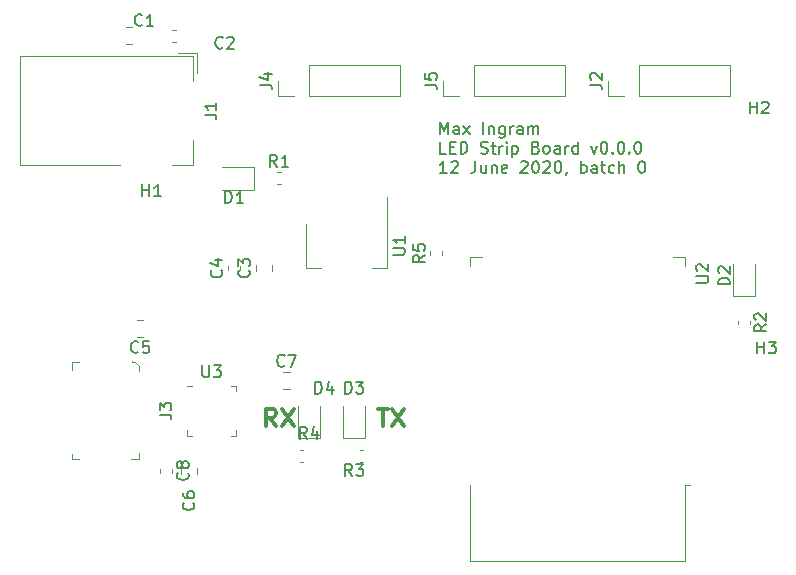
<source format=gbr>
G04 #@! TF.GenerationSoftware,KiCad,Pcbnew,(5.1.5)-3*
G04 #@! TF.CreationDate,2020-06-12T14:11:04-04:00*
G04 #@! TF.ProjectId,main,6d61696e-2e6b-4696-9361-645f70636258,rev?*
G04 #@! TF.SameCoordinates,Original*
G04 #@! TF.FileFunction,Legend,Top*
G04 #@! TF.FilePolarity,Positive*
%FSLAX46Y46*%
G04 Gerber Fmt 4.6, Leading zero omitted, Abs format (unit mm)*
G04 Created by KiCad (PCBNEW (5.1.5)-3) date 2020-06-12 14:11:04*
%MOMM*%
%LPD*%
G04 APERTURE LIST*
%ADD10C,0.150000*%
%ADD11C,0.300000*%
%ADD12C,0.120000*%
%ADD13C,0.100000*%
G04 APERTURE END LIST*
D10*
X121620595Y-94052380D02*
X121620595Y-93052380D01*
X121953928Y-93766666D01*
X122287261Y-93052380D01*
X122287261Y-94052380D01*
X123192023Y-94052380D02*
X123192023Y-93528571D01*
X123144404Y-93433333D01*
X123049166Y-93385714D01*
X122858690Y-93385714D01*
X122763452Y-93433333D01*
X123192023Y-94004761D02*
X123096785Y-94052380D01*
X122858690Y-94052380D01*
X122763452Y-94004761D01*
X122715833Y-93909523D01*
X122715833Y-93814285D01*
X122763452Y-93719047D01*
X122858690Y-93671428D01*
X123096785Y-93671428D01*
X123192023Y-93623809D01*
X123572976Y-94052380D02*
X124096785Y-93385714D01*
X123572976Y-93385714D02*
X124096785Y-94052380D01*
X125239642Y-94052380D02*
X125239642Y-93052380D01*
X125715833Y-93385714D02*
X125715833Y-94052380D01*
X125715833Y-93480952D02*
X125763452Y-93433333D01*
X125858690Y-93385714D01*
X126001547Y-93385714D01*
X126096785Y-93433333D01*
X126144404Y-93528571D01*
X126144404Y-94052380D01*
X127049166Y-93385714D02*
X127049166Y-94195238D01*
X127001547Y-94290476D01*
X126953928Y-94338095D01*
X126858690Y-94385714D01*
X126715833Y-94385714D01*
X126620595Y-94338095D01*
X127049166Y-94004761D02*
X126953928Y-94052380D01*
X126763452Y-94052380D01*
X126668214Y-94004761D01*
X126620595Y-93957142D01*
X126572976Y-93861904D01*
X126572976Y-93576190D01*
X126620595Y-93480952D01*
X126668214Y-93433333D01*
X126763452Y-93385714D01*
X126953928Y-93385714D01*
X127049166Y-93433333D01*
X127525357Y-94052380D02*
X127525357Y-93385714D01*
X127525357Y-93576190D02*
X127572976Y-93480952D01*
X127620595Y-93433333D01*
X127715833Y-93385714D01*
X127811071Y-93385714D01*
X128572976Y-94052380D02*
X128572976Y-93528571D01*
X128525357Y-93433333D01*
X128430119Y-93385714D01*
X128239642Y-93385714D01*
X128144404Y-93433333D01*
X128572976Y-94004761D02*
X128477738Y-94052380D01*
X128239642Y-94052380D01*
X128144404Y-94004761D01*
X128096785Y-93909523D01*
X128096785Y-93814285D01*
X128144404Y-93719047D01*
X128239642Y-93671428D01*
X128477738Y-93671428D01*
X128572976Y-93623809D01*
X129049166Y-94052380D02*
X129049166Y-93385714D01*
X129049166Y-93480952D02*
X129096785Y-93433333D01*
X129192023Y-93385714D01*
X129334880Y-93385714D01*
X129430119Y-93433333D01*
X129477738Y-93528571D01*
X129477738Y-94052380D01*
X129477738Y-93528571D02*
X129525357Y-93433333D01*
X129620595Y-93385714D01*
X129763452Y-93385714D01*
X129858690Y-93433333D01*
X129906309Y-93528571D01*
X129906309Y-94052380D01*
X122096785Y-95702380D02*
X121620595Y-95702380D01*
X121620595Y-94702380D01*
X122430119Y-95178571D02*
X122763452Y-95178571D01*
X122906309Y-95702380D02*
X122430119Y-95702380D01*
X122430119Y-94702380D01*
X122906309Y-94702380D01*
X123334880Y-95702380D02*
X123334880Y-94702380D01*
X123572976Y-94702380D01*
X123715833Y-94750000D01*
X123811071Y-94845238D01*
X123858690Y-94940476D01*
X123906309Y-95130952D01*
X123906309Y-95273809D01*
X123858690Y-95464285D01*
X123811071Y-95559523D01*
X123715833Y-95654761D01*
X123572976Y-95702380D01*
X123334880Y-95702380D01*
X125049166Y-95654761D02*
X125192023Y-95702380D01*
X125430119Y-95702380D01*
X125525357Y-95654761D01*
X125572976Y-95607142D01*
X125620595Y-95511904D01*
X125620595Y-95416666D01*
X125572976Y-95321428D01*
X125525357Y-95273809D01*
X125430119Y-95226190D01*
X125239642Y-95178571D01*
X125144404Y-95130952D01*
X125096785Y-95083333D01*
X125049166Y-94988095D01*
X125049166Y-94892857D01*
X125096785Y-94797619D01*
X125144404Y-94750000D01*
X125239642Y-94702380D01*
X125477738Y-94702380D01*
X125620595Y-94750000D01*
X125906309Y-95035714D02*
X126287261Y-95035714D01*
X126049166Y-94702380D02*
X126049166Y-95559523D01*
X126096785Y-95654761D01*
X126192023Y-95702380D01*
X126287261Y-95702380D01*
X126620595Y-95702380D02*
X126620595Y-95035714D01*
X126620595Y-95226190D02*
X126668214Y-95130952D01*
X126715833Y-95083333D01*
X126811071Y-95035714D01*
X126906309Y-95035714D01*
X127239642Y-95702380D02*
X127239642Y-95035714D01*
X127239642Y-94702380D02*
X127192023Y-94750000D01*
X127239642Y-94797619D01*
X127287261Y-94750000D01*
X127239642Y-94702380D01*
X127239642Y-94797619D01*
X127715833Y-95035714D02*
X127715833Y-96035714D01*
X127715833Y-95083333D02*
X127811071Y-95035714D01*
X128001547Y-95035714D01*
X128096785Y-95083333D01*
X128144404Y-95130952D01*
X128192023Y-95226190D01*
X128192023Y-95511904D01*
X128144404Y-95607142D01*
X128096785Y-95654761D01*
X128001547Y-95702380D01*
X127811071Y-95702380D01*
X127715833Y-95654761D01*
X129715833Y-95178571D02*
X129858690Y-95226190D01*
X129906309Y-95273809D01*
X129953928Y-95369047D01*
X129953928Y-95511904D01*
X129906309Y-95607142D01*
X129858690Y-95654761D01*
X129763452Y-95702380D01*
X129382500Y-95702380D01*
X129382500Y-94702380D01*
X129715833Y-94702380D01*
X129811071Y-94750000D01*
X129858690Y-94797619D01*
X129906309Y-94892857D01*
X129906309Y-94988095D01*
X129858690Y-95083333D01*
X129811071Y-95130952D01*
X129715833Y-95178571D01*
X129382500Y-95178571D01*
X130525357Y-95702380D02*
X130430119Y-95654761D01*
X130382500Y-95607142D01*
X130334880Y-95511904D01*
X130334880Y-95226190D01*
X130382500Y-95130952D01*
X130430119Y-95083333D01*
X130525357Y-95035714D01*
X130668214Y-95035714D01*
X130763452Y-95083333D01*
X130811071Y-95130952D01*
X130858690Y-95226190D01*
X130858690Y-95511904D01*
X130811071Y-95607142D01*
X130763452Y-95654761D01*
X130668214Y-95702380D01*
X130525357Y-95702380D01*
X131715833Y-95702380D02*
X131715833Y-95178571D01*
X131668214Y-95083333D01*
X131572976Y-95035714D01*
X131382500Y-95035714D01*
X131287261Y-95083333D01*
X131715833Y-95654761D02*
X131620595Y-95702380D01*
X131382500Y-95702380D01*
X131287261Y-95654761D01*
X131239642Y-95559523D01*
X131239642Y-95464285D01*
X131287261Y-95369047D01*
X131382500Y-95321428D01*
X131620595Y-95321428D01*
X131715833Y-95273809D01*
X132192023Y-95702380D02*
X132192023Y-95035714D01*
X132192023Y-95226190D02*
X132239642Y-95130952D01*
X132287261Y-95083333D01*
X132382500Y-95035714D01*
X132477738Y-95035714D01*
X133239642Y-95702380D02*
X133239642Y-94702380D01*
X133239642Y-95654761D02*
X133144404Y-95702380D01*
X132953928Y-95702380D01*
X132858690Y-95654761D01*
X132811071Y-95607142D01*
X132763452Y-95511904D01*
X132763452Y-95226190D01*
X132811071Y-95130952D01*
X132858690Y-95083333D01*
X132953928Y-95035714D01*
X133144404Y-95035714D01*
X133239642Y-95083333D01*
X134382500Y-95035714D02*
X134620595Y-95702380D01*
X134858690Y-95035714D01*
X135430119Y-94702380D02*
X135525357Y-94702380D01*
X135620595Y-94750000D01*
X135668214Y-94797619D01*
X135715833Y-94892857D01*
X135763452Y-95083333D01*
X135763452Y-95321428D01*
X135715833Y-95511904D01*
X135668214Y-95607142D01*
X135620595Y-95654761D01*
X135525357Y-95702380D01*
X135430119Y-95702380D01*
X135334880Y-95654761D01*
X135287261Y-95607142D01*
X135239642Y-95511904D01*
X135192023Y-95321428D01*
X135192023Y-95083333D01*
X135239642Y-94892857D01*
X135287261Y-94797619D01*
X135334880Y-94750000D01*
X135430119Y-94702380D01*
X136192023Y-95607142D02*
X136239642Y-95654761D01*
X136192023Y-95702380D01*
X136144404Y-95654761D01*
X136192023Y-95607142D01*
X136192023Y-95702380D01*
X136858690Y-94702380D02*
X136953928Y-94702380D01*
X137049166Y-94750000D01*
X137096785Y-94797619D01*
X137144404Y-94892857D01*
X137192023Y-95083333D01*
X137192023Y-95321428D01*
X137144404Y-95511904D01*
X137096785Y-95607142D01*
X137049166Y-95654761D01*
X136953928Y-95702380D01*
X136858690Y-95702380D01*
X136763452Y-95654761D01*
X136715833Y-95607142D01*
X136668214Y-95511904D01*
X136620595Y-95321428D01*
X136620595Y-95083333D01*
X136668214Y-94892857D01*
X136715833Y-94797619D01*
X136763452Y-94750000D01*
X136858690Y-94702380D01*
X137620595Y-95607142D02*
X137668214Y-95654761D01*
X137620595Y-95702380D01*
X137572976Y-95654761D01*
X137620595Y-95607142D01*
X137620595Y-95702380D01*
X138287261Y-94702380D02*
X138382500Y-94702380D01*
X138477738Y-94750000D01*
X138525357Y-94797619D01*
X138572976Y-94892857D01*
X138620595Y-95083333D01*
X138620595Y-95321428D01*
X138572976Y-95511904D01*
X138525357Y-95607142D01*
X138477738Y-95654761D01*
X138382500Y-95702380D01*
X138287261Y-95702380D01*
X138192023Y-95654761D01*
X138144404Y-95607142D01*
X138096785Y-95511904D01*
X138049166Y-95321428D01*
X138049166Y-95083333D01*
X138096785Y-94892857D01*
X138144404Y-94797619D01*
X138192023Y-94750000D01*
X138287261Y-94702380D01*
X122144404Y-97352380D02*
X121572976Y-97352380D01*
X121858690Y-97352380D02*
X121858690Y-96352380D01*
X121763452Y-96495238D01*
X121668214Y-96590476D01*
X121572976Y-96638095D01*
X122525357Y-96447619D02*
X122572976Y-96400000D01*
X122668214Y-96352380D01*
X122906309Y-96352380D01*
X123001547Y-96400000D01*
X123049166Y-96447619D01*
X123096785Y-96542857D01*
X123096785Y-96638095D01*
X123049166Y-96780952D01*
X122477738Y-97352380D01*
X123096785Y-97352380D01*
X124572976Y-96352380D02*
X124572976Y-97066666D01*
X124525357Y-97209523D01*
X124430119Y-97304761D01*
X124287261Y-97352380D01*
X124192023Y-97352380D01*
X125477738Y-96685714D02*
X125477738Y-97352380D01*
X125049166Y-96685714D02*
X125049166Y-97209523D01*
X125096785Y-97304761D01*
X125192023Y-97352380D01*
X125334880Y-97352380D01*
X125430119Y-97304761D01*
X125477738Y-97257142D01*
X125953928Y-96685714D02*
X125953928Y-97352380D01*
X125953928Y-96780952D02*
X126001547Y-96733333D01*
X126096785Y-96685714D01*
X126239642Y-96685714D01*
X126334880Y-96733333D01*
X126382500Y-96828571D01*
X126382500Y-97352380D01*
X127239642Y-97304761D02*
X127144404Y-97352380D01*
X126953928Y-97352380D01*
X126858690Y-97304761D01*
X126811071Y-97209523D01*
X126811071Y-96828571D01*
X126858690Y-96733333D01*
X126953928Y-96685714D01*
X127144404Y-96685714D01*
X127239642Y-96733333D01*
X127287261Y-96828571D01*
X127287261Y-96923809D01*
X126811071Y-97019047D01*
X128430119Y-96447619D02*
X128477738Y-96400000D01*
X128572976Y-96352380D01*
X128811071Y-96352380D01*
X128906309Y-96400000D01*
X128953928Y-96447619D01*
X129001547Y-96542857D01*
X129001547Y-96638095D01*
X128953928Y-96780952D01*
X128382500Y-97352380D01*
X129001547Y-97352380D01*
X129620595Y-96352380D02*
X129715833Y-96352380D01*
X129811071Y-96400000D01*
X129858690Y-96447619D01*
X129906309Y-96542857D01*
X129953928Y-96733333D01*
X129953928Y-96971428D01*
X129906309Y-97161904D01*
X129858690Y-97257142D01*
X129811071Y-97304761D01*
X129715833Y-97352380D01*
X129620595Y-97352380D01*
X129525357Y-97304761D01*
X129477738Y-97257142D01*
X129430119Y-97161904D01*
X129382500Y-96971428D01*
X129382500Y-96733333D01*
X129430119Y-96542857D01*
X129477738Y-96447619D01*
X129525357Y-96400000D01*
X129620595Y-96352380D01*
X130334880Y-96447619D02*
X130382500Y-96400000D01*
X130477738Y-96352380D01*
X130715833Y-96352380D01*
X130811071Y-96400000D01*
X130858690Y-96447619D01*
X130906309Y-96542857D01*
X130906309Y-96638095D01*
X130858690Y-96780952D01*
X130287261Y-97352380D01*
X130906309Y-97352380D01*
X131525357Y-96352380D02*
X131620595Y-96352380D01*
X131715833Y-96400000D01*
X131763452Y-96447619D01*
X131811071Y-96542857D01*
X131858690Y-96733333D01*
X131858690Y-96971428D01*
X131811071Y-97161904D01*
X131763452Y-97257142D01*
X131715833Y-97304761D01*
X131620595Y-97352380D01*
X131525357Y-97352380D01*
X131430119Y-97304761D01*
X131382500Y-97257142D01*
X131334880Y-97161904D01*
X131287261Y-96971428D01*
X131287261Y-96733333D01*
X131334880Y-96542857D01*
X131382500Y-96447619D01*
X131430119Y-96400000D01*
X131525357Y-96352380D01*
X132334880Y-97304761D02*
X132334880Y-97352380D01*
X132287261Y-97447619D01*
X132239642Y-97495238D01*
X133525357Y-97352380D02*
X133525357Y-96352380D01*
X133525357Y-96733333D02*
X133620595Y-96685714D01*
X133811071Y-96685714D01*
X133906309Y-96733333D01*
X133953928Y-96780952D01*
X134001547Y-96876190D01*
X134001547Y-97161904D01*
X133953928Y-97257142D01*
X133906309Y-97304761D01*
X133811071Y-97352380D01*
X133620595Y-97352380D01*
X133525357Y-97304761D01*
X134858690Y-97352380D02*
X134858690Y-96828571D01*
X134811071Y-96733333D01*
X134715833Y-96685714D01*
X134525357Y-96685714D01*
X134430119Y-96733333D01*
X134858690Y-97304761D02*
X134763452Y-97352380D01*
X134525357Y-97352380D01*
X134430119Y-97304761D01*
X134382500Y-97209523D01*
X134382500Y-97114285D01*
X134430119Y-97019047D01*
X134525357Y-96971428D01*
X134763452Y-96971428D01*
X134858690Y-96923809D01*
X135192023Y-96685714D02*
X135572976Y-96685714D01*
X135334880Y-96352380D02*
X135334880Y-97209523D01*
X135382500Y-97304761D01*
X135477738Y-97352380D01*
X135572976Y-97352380D01*
X136334880Y-97304761D02*
X136239642Y-97352380D01*
X136049166Y-97352380D01*
X135953928Y-97304761D01*
X135906309Y-97257142D01*
X135858690Y-97161904D01*
X135858690Y-96876190D01*
X135906309Y-96780952D01*
X135953928Y-96733333D01*
X136049166Y-96685714D01*
X136239642Y-96685714D01*
X136334880Y-96733333D01*
X136763452Y-97352380D02*
X136763452Y-96352380D01*
X137192023Y-97352380D02*
X137192023Y-96828571D01*
X137144404Y-96733333D01*
X137049166Y-96685714D01*
X136906309Y-96685714D01*
X136811071Y-96733333D01*
X136763452Y-96780952D01*
X138620595Y-96352380D02*
X138715833Y-96352380D01*
X138811071Y-96400000D01*
X138858690Y-96447619D01*
X138906309Y-96542857D01*
X138953928Y-96733333D01*
X138953928Y-96971428D01*
X138906309Y-97161904D01*
X138858690Y-97257142D01*
X138811071Y-97304761D01*
X138715833Y-97352380D01*
X138620595Y-97352380D01*
X138525357Y-97304761D01*
X138477738Y-97257142D01*
X138430119Y-97161904D01*
X138382500Y-96971428D01*
X138382500Y-96733333D01*
X138430119Y-96542857D01*
X138477738Y-96447619D01*
X138525357Y-96400000D01*
X138620595Y-96352380D01*
D11*
X116332142Y-117288571D02*
X117189285Y-117288571D01*
X116760714Y-118788571D02*
X116760714Y-117288571D01*
X117546428Y-117288571D02*
X118546428Y-118788571D01*
X118546428Y-117288571D02*
X117546428Y-118788571D01*
X107700000Y-118788571D02*
X107200000Y-118074285D01*
X106842857Y-118788571D02*
X106842857Y-117288571D01*
X107414285Y-117288571D01*
X107557142Y-117360000D01*
X107628571Y-117431428D01*
X107700000Y-117574285D01*
X107700000Y-117788571D01*
X107628571Y-117931428D01*
X107557142Y-118002857D01*
X107414285Y-118074285D01*
X106842857Y-118074285D01*
X108200000Y-117288571D02*
X109200000Y-118788571D01*
X109200000Y-117288571D02*
X108200000Y-118788571D01*
D12*
X100600000Y-115365000D02*
X100125000Y-115365000D01*
X104345000Y-119585000D02*
X104345000Y-119110000D01*
X103870000Y-119585000D02*
X104345000Y-119585000D01*
X100125000Y-119585000D02*
X100125000Y-119110000D01*
X100600000Y-119585000D02*
X100125000Y-119585000D01*
X104345000Y-115365000D02*
X104345000Y-115840000D01*
X103870000Y-115365000D02*
X104345000Y-115365000D01*
X142343000Y-123745000D02*
X142723000Y-123745000D01*
X142343000Y-130165000D02*
X142343000Y-123745000D01*
X124103000Y-130165000D02*
X124103000Y-123745000D01*
X142343000Y-130165000D02*
X124103000Y-130165000D01*
X124103000Y-104420000D02*
X125103000Y-104420000D01*
X124103000Y-105200000D02*
X124103000Y-104420000D01*
X142343000Y-104420000D02*
X141343000Y-104420000D01*
X142343000Y-105200000D02*
X142343000Y-104420000D01*
X117075000Y-99405000D02*
X117075000Y-105415000D01*
X110255000Y-101655000D02*
X110255000Y-105415000D01*
X117075000Y-105415000D02*
X115815000Y-105415000D01*
X110255000Y-105415000D02*
X111515000Y-105415000D01*
X121795000Y-104302779D02*
X121795000Y-103977221D01*
X120775000Y-104302779D02*
X120775000Y-103977221D01*
X110017779Y-120775000D02*
X109692221Y-120775000D01*
X110017779Y-121795000D02*
X109692221Y-121795000D01*
X114772221Y-121795000D02*
X115097779Y-121795000D01*
X114772221Y-120775000D02*
X115097779Y-120775000D01*
X146810000Y-109844721D02*
X146810000Y-110170279D01*
X147830000Y-109844721D02*
X147830000Y-110170279D01*
X107787221Y-98300000D02*
X108112779Y-98300000D01*
X107787221Y-97280000D02*
X108112779Y-97280000D01*
X121860000Y-90865000D02*
X121860000Y-89535000D01*
X123190000Y-90865000D02*
X121860000Y-90865000D01*
X124460000Y-90865000D02*
X124460000Y-88205000D01*
X124460000Y-88205000D02*
X132140000Y-88205000D01*
X124460000Y-90865000D02*
X132140000Y-90865000D01*
X132140000Y-90865000D02*
X132140000Y-88205000D01*
X107890000Y-90865000D02*
X107890000Y-89535000D01*
X109220000Y-90865000D02*
X107890000Y-90865000D01*
X110490000Y-90865000D02*
X110490000Y-88205000D01*
X110490000Y-88205000D02*
X118170000Y-88205000D01*
X110490000Y-90865000D02*
X118170000Y-90865000D01*
X118170000Y-90865000D02*
X118170000Y-88205000D01*
D13*
X95485000Y-113375000D02*
X95485000Y-113225000D01*
X95785000Y-113375000D02*
X95485000Y-113375000D01*
X96135000Y-113675000D02*
X95785000Y-113375000D01*
X96135000Y-114125000D02*
X96135000Y-113675000D01*
X96135000Y-121575000D02*
X95435000Y-121575000D01*
X96135000Y-121075000D02*
X96135000Y-121575000D01*
X90435000Y-121575000D02*
X90435000Y-121175000D01*
X91035000Y-121575000D02*
X90435000Y-121575000D01*
X90435000Y-113375000D02*
X90435000Y-114025000D01*
X90985000Y-113375000D02*
X90435000Y-113375000D01*
D12*
X135830000Y-90865000D02*
X135830000Y-89535000D01*
X137160000Y-90865000D02*
X135830000Y-90865000D01*
X138430000Y-90865000D02*
X138430000Y-88205000D01*
X138430000Y-88205000D02*
X146110000Y-88205000D01*
X138430000Y-90865000D02*
X146110000Y-90865000D01*
X146110000Y-90865000D02*
X146110000Y-88205000D01*
X100695000Y-87475000D02*
X100695000Y-89575000D01*
X100995000Y-87175000D02*
X99395000Y-87175000D01*
X100995000Y-88875000D02*
X100995000Y-87175000D01*
X100695000Y-96675000D02*
X98895000Y-96675000D01*
X100695000Y-94575000D02*
X100695000Y-96675000D01*
X85995000Y-87475000D02*
X100695000Y-87475000D01*
X85995000Y-96675000D02*
X85995000Y-87475000D01*
X94495000Y-96675000D02*
X85995000Y-96675000D01*
X111450000Y-119795000D02*
X111450000Y-117110000D01*
X109530000Y-119795000D02*
X111450000Y-119795000D01*
X109530000Y-117110000D02*
X109530000Y-119795000D01*
X115260000Y-119795000D02*
X115260000Y-117110000D01*
X113340000Y-119795000D02*
X115260000Y-119795000D01*
X113340000Y-117110000D02*
X113340000Y-119795000D01*
X148280000Y-107730000D02*
X148280000Y-105045000D01*
X146360000Y-107730000D02*
X148280000Y-107730000D01*
X146360000Y-105045000D02*
X146360000Y-107730000D01*
X105825000Y-96830000D02*
X103140000Y-96830000D01*
X105825000Y-98750000D02*
X105825000Y-96830000D01*
X103140000Y-98750000D02*
X105825000Y-98750000D01*
X97915000Y-122392221D02*
X97915000Y-122717779D01*
X98935000Y-122392221D02*
X98935000Y-122717779D01*
X108326422Y-115645000D02*
X108843578Y-115645000D01*
X108326422Y-114225000D02*
X108843578Y-114225000D01*
X99620000Y-122296422D02*
X99620000Y-122813578D01*
X101040000Y-122296422D02*
X101040000Y-122813578D01*
X96446078Y-109780000D02*
X95928922Y-109780000D01*
X96446078Y-111200000D02*
X95928922Y-111200000D01*
X104650000Y-105572779D02*
X104650000Y-105247221D01*
X103630000Y-105572779D02*
X103630000Y-105247221D01*
X107390000Y-105668578D02*
X107390000Y-105151422D01*
X105970000Y-105668578D02*
X105970000Y-105151422D01*
X98897221Y-86235000D02*
X99222779Y-86235000D01*
X98897221Y-85215000D02*
X99222779Y-85215000D01*
X95508578Y-85015000D02*
X94991422Y-85015000D01*
X95508578Y-86435000D02*
X94991422Y-86435000D01*
D10*
X148463095Y-112627380D02*
X148463095Y-111627380D01*
X148463095Y-112103571D02*
X149034523Y-112103571D01*
X149034523Y-112627380D02*
X149034523Y-111627380D01*
X149415476Y-111627380D02*
X150034523Y-111627380D01*
X149701190Y-112008333D01*
X149844047Y-112008333D01*
X149939285Y-112055952D01*
X149986904Y-112103571D01*
X150034523Y-112198809D01*
X150034523Y-112436904D01*
X149986904Y-112532142D01*
X149939285Y-112579761D01*
X149844047Y-112627380D01*
X149558333Y-112627380D01*
X149463095Y-112579761D01*
X149415476Y-112532142D01*
X147828095Y-92307380D02*
X147828095Y-91307380D01*
X147828095Y-91783571D02*
X148399523Y-91783571D01*
X148399523Y-92307380D02*
X148399523Y-91307380D01*
X148828095Y-91402619D02*
X148875714Y-91355000D01*
X148970952Y-91307380D01*
X149209047Y-91307380D01*
X149304285Y-91355000D01*
X149351904Y-91402619D01*
X149399523Y-91497857D01*
X149399523Y-91593095D01*
X149351904Y-91735952D01*
X148780476Y-92307380D01*
X149399523Y-92307380D01*
X96393095Y-99292380D02*
X96393095Y-98292380D01*
X96393095Y-98768571D02*
X96964523Y-98768571D01*
X96964523Y-99292380D02*
X96964523Y-98292380D01*
X97964523Y-99292380D02*
X97393095Y-99292380D01*
X97678809Y-99292380D02*
X97678809Y-98292380D01*
X97583571Y-98435238D01*
X97488333Y-98530476D01*
X97393095Y-98578095D01*
X101473095Y-113627380D02*
X101473095Y-114436904D01*
X101520714Y-114532142D01*
X101568333Y-114579761D01*
X101663571Y-114627380D01*
X101854047Y-114627380D01*
X101949285Y-114579761D01*
X101996904Y-114532142D01*
X102044523Y-114436904D01*
X102044523Y-113627380D01*
X102425476Y-113627380D02*
X103044523Y-113627380D01*
X102711190Y-114008333D01*
X102854047Y-114008333D01*
X102949285Y-114055952D01*
X102996904Y-114103571D01*
X103044523Y-114198809D01*
X103044523Y-114436904D01*
X102996904Y-114532142D01*
X102949285Y-114579761D01*
X102854047Y-114627380D01*
X102568333Y-114627380D01*
X102473095Y-114579761D01*
X102425476Y-114532142D01*
X143285380Y-106631904D02*
X144094904Y-106631904D01*
X144190142Y-106584285D01*
X144237761Y-106536666D01*
X144285380Y-106441428D01*
X144285380Y-106250952D01*
X144237761Y-106155714D01*
X144190142Y-106108095D01*
X144094904Y-106060476D01*
X143285380Y-106060476D01*
X143380619Y-105631904D02*
X143333000Y-105584285D01*
X143285380Y-105489047D01*
X143285380Y-105250952D01*
X143333000Y-105155714D01*
X143380619Y-105108095D01*
X143475857Y-105060476D01*
X143571095Y-105060476D01*
X143713952Y-105108095D01*
X144285380Y-105679523D01*
X144285380Y-105060476D01*
X117617380Y-104266904D02*
X118426904Y-104266904D01*
X118522142Y-104219285D01*
X118569761Y-104171666D01*
X118617380Y-104076428D01*
X118617380Y-103885952D01*
X118569761Y-103790714D01*
X118522142Y-103743095D01*
X118426904Y-103695476D01*
X117617380Y-103695476D01*
X118617380Y-102695476D02*
X118617380Y-103266904D01*
X118617380Y-102981190D02*
X117617380Y-102981190D01*
X117760238Y-103076428D01*
X117855476Y-103171666D01*
X117903095Y-103266904D01*
X120307380Y-104306666D02*
X119831190Y-104640000D01*
X120307380Y-104878095D02*
X119307380Y-104878095D01*
X119307380Y-104497142D01*
X119355000Y-104401904D01*
X119402619Y-104354285D01*
X119497857Y-104306666D01*
X119640714Y-104306666D01*
X119735952Y-104354285D01*
X119783571Y-104401904D01*
X119831190Y-104497142D01*
X119831190Y-104878095D01*
X119307380Y-103401904D02*
X119307380Y-103878095D01*
X119783571Y-103925714D01*
X119735952Y-103878095D01*
X119688333Y-103782857D01*
X119688333Y-103544761D01*
X119735952Y-103449523D01*
X119783571Y-103401904D01*
X119878809Y-103354285D01*
X120116904Y-103354285D01*
X120212142Y-103401904D01*
X120259761Y-103449523D01*
X120307380Y-103544761D01*
X120307380Y-103782857D01*
X120259761Y-103878095D01*
X120212142Y-103925714D01*
X110323333Y-119832380D02*
X109990000Y-119356190D01*
X109751904Y-119832380D02*
X109751904Y-118832380D01*
X110132857Y-118832380D01*
X110228095Y-118880000D01*
X110275714Y-118927619D01*
X110323333Y-119022857D01*
X110323333Y-119165714D01*
X110275714Y-119260952D01*
X110228095Y-119308571D01*
X110132857Y-119356190D01*
X109751904Y-119356190D01*
X111180476Y-119165714D02*
X111180476Y-119832380D01*
X110942380Y-118784761D02*
X110704285Y-119499047D01*
X111323333Y-119499047D01*
X114133333Y-123007380D02*
X113800000Y-122531190D01*
X113561904Y-123007380D02*
X113561904Y-122007380D01*
X113942857Y-122007380D01*
X114038095Y-122055000D01*
X114085714Y-122102619D01*
X114133333Y-122197857D01*
X114133333Y-122340714D01*
X114085714Y-122435952D01*
X114038095Y-122483571D01*
X113942857Y-122531190D01*
X113561904Y-122531190D01*
X114466666Y-122007380D02*
X115085714Y-122007380D01*
X114752380Y-122388333D01*
X114895238Y-122388333D01*
X114990476Y-122435952D01*
X115038095Y-122483571D01*
X115085714Y-122578809D01*
X115085714Y-122816904D01*
X115038095Y-122912142D01*
X114990476Y-122959761D01*
X114895238Y-123007380D01*
X114609523Y-123007380D01*
X114514285Y-122959761D01*
X114466666Y-122912142D01*
X149202380Y-110174166D02*
X148726190Y-110507500D01*
X149202380Y-110745595D02*
X148202380Y-110745595D01*
X148202380Y-110364642D01*
X148250000Y-110269404D01*
X148297619Y-110221785D01*
X148392857Y-110174166D01*
X148535714Y-110174166D01*
X148630952Y-110221785D01*
X148678571Y-110269404D01*
X148726190Y-110364642D01*
X148726190Y-110745595D01*
X148297619Y-109793214D02*
X148250000Y-109745595D01*
X148202380Y-109650357D01*
X148202380Y-109412261D01*
X148250000Y-109317023D01*
X148297619Y-109269404D01*
X148392857Y-109221785D01*
X148488095Y-109221785D01*
X148630952Y-109269404D01*
X149202380Y-109840833D01*
X149202380Y-109221785D01*
X107783333Y-96812380D02*
X107450000Y-96336190D01*
X107211904Y-96812380D02*
X107211904Y-95812380D01*
X107592857Y-95812380D01*
X107688095Y-95860000D01*
X107735714Y-95907619D01*
X107783333Y-96002857D01*
X107783333Y-96145714D01*
X107735714Y-96240952D01*
X107688095Y-96288571D01*
X107592857Y-96336190D01*
X107211904Y-96336190D01*
X108735714Y-96812380D02*
X108164285Y-96812380D01*
X108450000Y-96812380D02*
X108450000Y-95812380D01*
X108354761Y-95955238D01*
X108259523Y-96050476D01*
X108164285Y-96098095D01*
X120312380Y-89868333D02*
X121026666Y-89868333D01*
X121169523Y-89915952D01*
X121264761Y-90011190D01*
X121312380Y-90154047D01*
X121312380Y-90249285D01*
X120312380Y-88915952D02*
X120312380Y-89392142D01*
X120788571Y-89439761D01*
X120740952Y-89392142D01*
X120693333Y-89296904D01*
X120693333Y-89058809D01*
X120740952Y-88963571D01*
X120788571Y-88915952D01*
X120883809Y-88868333D01*
X121121904Y-88868333D01*
X121217142Y-88915952D01*
X121264761Y-88963571D01*
X121312380Y-89058809D01*
X121312380Y-89296904D01*
X121264761Y-89392142D01*
X121217142Y-89439761D01*
X106342380Y-89868333D02*
X107056666Y-89868333D01*
X107199523Y-89915952D01*
X107294761Y-90011190D01*
X107342380Y-90154047D01*
X107342380Y-90249285D01*
X106675714Y-88963571D02*
X107342380Y-88963571D01*
X106294761Y-89201666D02*
X107009047Y-89439761D01*
X107009047Y-88820714D01*
X97837380Y-117808333D02*
X98551666Y-117808333D01*
X98694523Y-117855952D01*
X98789761Y-117951190D01*
X98837380Y-118094047D01*
X98837380Y-118189285D01*
X97837380Y-117427380D02*
X97837380Y-116808333D01*
X98218333Y-117141666D01*
X98218333Y-116998809D01*
X98265952Y-116903571D01*
X98313571Y-116855952D01*
X98408809Y-116808333D01*
X98646904Y-116808333D01*
X98742142Y-116855952D01*
X98789761Y-116903571D01*
X98837380Y-116998809D01*
X98837380Y-117284523D01*
X98789761Y-117379761D01*
X98742142Y-117427380D01*
X134282380Y-89868333D02*
X134996666Y-89868333D01*
X135139523Y-89915952D01*
X135234761Y-90011190D01*
X135282380Y-90154047D01*
X135282380Y-90249285D01*
X134377619Y-89439761D02*
X134330000Y-89392142D01*
X134282380Y-89296904D01*
X134282380Y-89058809D01*
X134330000Y-88963571D01*
X134377619Y-88915952D01*
X134472857Y-88868333D01*
X134568095Y-88868333D01*
X134710952Y-88915952D01*
X135282380Y-89487380D01*
X135282380Y-88868333D01*
X101647380Y-92408333D02*
X102361666Y-92408333D01*
X102504523Y-92455952D01*
X102599761Y-92551190D01*
X102647380Y-92694047D01*
X102647380Y-92789285D01*
X102647380Y-91408333D02*
X102647380Y-91979761D01*
X102647380Y-91694047D02*
X101647380Y-91694047D01*
X101790238Y-91789285D01*
X101885476Y-91884523D01*
X101933095Y-91979761D01*
X111021904Y-116022380D02*
X111021904Y-115022380D01*
X111260000Y-115022380D01*
X111402857Y-115070000D01*
X111498095Y-115165238D01*
X111545714Y-115260476D01*
X111593333Y-115450952D01*
X111593333Y-115593809D01*
X111545714Y-115784285D01*
X111498095Y-115879523D01*
X111402857Y-115974761D01*
X111260000Y-116022380D01*
X111021904Y-116022380D01*
X112450476Y-115355714D02*
X112450476Y-116022380D01*
X112212380Y-114974761D02*
X111974285Y-115689047D01*
X112593333Y-115689047D01*
X113561904Y-116022380D02*
X113561904Y-115022380D01*
X113800000Y-115022380D01*
X113942857Y-115070000D01*
X114038095Y-115165238D01*
X114085714Y-115260476D01*
X114133333Y-115450952D01*
X114133333Y-115593809D01*
X114085714Y-115784285D01*
X114038095Y-115879523D01*
X113942857Y-115974761D01*
X113800000Y-116022380D01*
X113561904Y-116022380D01*
X114466666Y-115022380D02*
X115085714Y-115022380D01*
X114752380Y-115403333D01*
X114895238Y-115403333D01*
X114990476Y-115450952D01*
X115038095Y-115498571D01*
X115085714Y-115593809D01*
X115085714Y-115831904D01*
X115038095Y-115927142D01*
X114990476Y-115974761D01*
X114895238Y-116022380D01*
X114609523Y-116022380D01*
X114514285Y-115974761D01*
X114466666Y-115927142D01*
X146122380Y-106783095D02*
X145122380Y-106783095D01*
X145122380Y-106545000D01*
X145170000Y-106402142D01*
X145265238Y-106306904D01*
X145360476Y-106259285D01*
X145550952Y-106211666D01*
X145693809Y-106211666D01*
X145884285Y-106259285D01*
X145979523Y-106306904D01*
X146074761Y-106402142D01*
X146122380Y-106545000D01*
X146122380Y-106783095D01*
X145217619Y-105830714D02*
X145170000Y-105783095D01*
X145122380Y-105687857D01*
X145122380Y-105449761D01*
X145170000Y-105354523D01*
X145217619Y-105306904D01*
X145312857Y-105259285D01*
X145408095Y-105259285D01*
X145550952Y-105306904D01*
X146122380Y-105878333D01*
X146122380Y-105259285D01*
X103401904Y-99892380D02*
X103401904Y-98892380D01*
X103640000Y-98892380D01*
X103782857Y-98940000D01*
X103878095Y-99035238D01*
X103925714Y-99130476D01*
X103973333Y-99320952D01*
X103973333Y-99463809D01*
X103925714Y-99654285D01*
X103878095Y-99749523D01*
X103782857Y-99844761D01*
X103640000Y-99892380D01*
X103401904Y-99892380D01*
X104925714Y-99892380D02*
X104354285Y-99892380D01*
X104640000Y-99892380D02*
X104640000Y-98892380D01*
X104544761Y-99035238D01*
X104449523Y-99130476D01*
X104354285Y-99178095D01*
X100212142Y-122721666D02*
X100259761Y-122769285D01*
X100307380Y-122912142D01*
X100307380Y-123007380D01*
X100259761Y-123150238D01*
X100164523Y-123245476D01*
X100069285Y-123293095D01*
X99878809Y-123340714D01*
X99735952Y-123340714D01*
X99545476Y-123293095D01*
X99450238Y-123245476D01*
X99355000Y-123150238D01*
X99307380Y-123007380D01*
X99307380Y-122912142D01*
X99355000Y-122769285D01*
X99402619Y-122721666D01*
X99735952Y-122150238D02*
X99688333Y-122245476D01*
X99640714Y-122293095D01*
X99545476Y-122340714D01*
X99497857Y-122340714D01*
X99402619Y-122293095D01*
X99355000Y-122245476D01*
X99307380Y-122150238D01*
X99307380Y-121959761D01*
X99355000Y-121864523D01*
X99402619Y-121816904D01*
X99497857Y-121769285D01*
X99545476Y-121769285D01*
X99640714Y-121816904D01*
X99688333Y-121864523D01*
X99735952Y-121959761D01*
X99735952Y-122150238D01*
X99783571Y-122245476D01*
X99831190Y-122293095D01*
X99926428Y-122340714D01*
X100116904Y-122340714D01*
X100212142Y-122293095D01*
X100259761Y-122245476D01*
X100307380Y-122150238D01*
X100307380Y-121959761D01*
X100259761Y-121864523D01*
X100212142Y-121816904D01*
X100116904Y-121769285D01*
X99926428Y-121769285D01*
X99831190Y-121816904D01*
X99783571Y-121864523D01*
X99735952Y-121959761D01*
X108418333Y-113642142D02*
X108370714Y-113689761D01*
X108227857Y-113737380D01*
X108132619Y-113737380D01*
X107989761Y-113689761D01*
X107894523Y-113594523D01*
X107846904Y-113499285D01*
X107799285Y-113308809D01*
X107799285Y-113165952D01*
X107846904Y-112975476D01*
X107894523Y-112880238D01*
X107989761Y-112785000D01*
X108132619Y-112737380D01*
X108227857Y-112737380D01*
X108370714Y-112785000D01*
X108418333Y-112832619D01*
X108751666Y-112737380D02*
X109418333Y-112737380D01*
X108989761Y-113737380D01*
X100687142Y-125261666D02*
X100734761Y-125309285D01*
X100782380Y-125452142D01*
X100782380Y-125547380D01*
X100734761Y-125690238D01*
X100639523Y-125785476D01*
X100544285Y-125833095D01*
X100353809Y-125880714D01*
X100210952Y-125880714D01*
X100020476Y-125833095D01*
X99925238Y-125785476D01*
X99830000Y-125690238D01*
X99782380Y-125547380D01*
X99782380Y-125452142D01*
X99830000Y-125309285D01*
X99877619Y-125261666D01*
X99782380Y-124404523D02*
X99782380Y-124595000D01*
X99830000Y-124690238D01*
X99877619Y-124737857D01*
X100020476Y-124833095D01*
X100210952Y-124880714D01*
X100591904Y-124880714D01*
X100687142Y-124833095D01*
X100734761Y-124785476D01*
X100782380Y-124690238D01*
X100782380Y-124499761D01*
X100734761Y-124404523D01*
X100687142Y-124356904D01*
X100591904Y-124309285D01*
X100353809Y-124309285D01*
X100258571Y-124356904D01*
X100210952Y-124404523D01*
X100163333Y-124499761D01*
X100163333Y-124690238D01*
X100210952Y-124785476D01*
X100258571Y-124833095D01*
X100353809Y-124880714D01*
X96020833Y-112497142D02*
X95973214Y-112544761D01*
X95830357Y-112592380D01*
X95735119Y-112592380D01*
X95592261Y-112544761D01*
X95497023Y-112449523D01*
X95449404Y-112354285D01*
X95401785Y-112163809D01*
X95401785Y-112020952D01*
X95449404Y-111830476D01*
X95497023Y-111735238D01*
X95592261Y-111640000D01*
X95735119Y-111592380D01*
X95830357Y-111592380D01*
X95973214Y-111640000D01*
X96020833Y-111687619D01*
X96925595Y-111592380D02*
X96449404Y-111592380D01*
X96401785Y-112068571D01*
X96449404Y-112020952D01*
X96544642Y-111973333D01*
X96782738Y-111973333D01*
X96877976Y-112020952D01*
X96925595Y-112068571D01*
X96973214Y-112163809D01*
X96973214Y-112401904D01*
X96925595Y-112497142D01*
X96877976Y-112544761D01*
X96782738Y-112592380D01*
X96544642Y-112592380D01*
X96449404Y-112544761D01*
X96401785Y-112497142D01*
X103067142Y-105576666D02*
X103114761Y-105624285D01*
X103162380Y-105767142D01*
X103162380Y-105862380D01*
X103114761Y-106005238D01*
X103019523Y-106100476D01*
X102924285Y-106148095D01*
X102733809Y-106195714D01*
X102590952Y-106195714D01*
X102400476Y-106148095D01*
X102305238Y-106100476D01*
X102210000Y-106005238D01*
X102162380Y-105862380D01*
X102162380Y-105767142D01*
X102210000Y-105624285D01*
X102257619Y-105576666D01*
X102495714Y-104719523D02*
X103162380Y-104719523D01*
X102114761Y-104957619D02*
X102829047Y-105195714D01*
X102829047Y-104576666D01*
X105387142Y-105576666D02*
X105434761Y-105624285D01*
X105482380Y-105767142D01*
X105482380Y-105862380D01*
X105434761Y-106005238D01*
X105339523Y-106100476D01*
X105244285Y-106148095D01*
X105053809Y-106195714D01*
X104910952Y-106195714D01*
X104720476Y-106148095D01*
X104625238Y-106100476D01*
X104530000Y-106005238D01*
X104482380Y-105862380D01*
X104482380Y-105767142D01*
X104530000Y-105624285D01*
X104577619Y-105576666D01*
X104482380Y-105243333D02*
X104482380Y-104624285D01*
X104863333Y-104957619D01*
X104863333Y-104814761D01*
X104910952Y-104719523D01*
X104958571Y-104671904D01*
X105053809Y-104624285D01*
X105291904Y-104624285D01*
X105387142Y-104671904D01*
X105434761Y-104719523D01*
X105482380Y-104814761D01*
X105482380Y-105100476D01*
X105434761Y-105195714D01*
X105387142Y-105243333D01*
X103185833Y-86717142D02*
X103138214Y-86764761D01*
X102995357Y-86812380D01*
X102900119Y-86812380D01*
X102757261Y-86764761D01*
X102662023Y-86669523D01*
X102614404Y-86574285D01*
X102566785Y-86383809D01*
X102566785Y-86240952D01*
X102614404Y-86050476D01*
X102662023Y-85955238D01*
X102757261Y-85860000D01*
X102900119Y-85812380D01*
X102995357Y-85812380D01*
X103138214Y-85860000D01*
X103185833Y-85907619D01*
X103566785Y-85907619D02*
X103614404Y-85860000D01*
X103709642Y-85812380D01*
X103947738Y-85812380D01*
X104042976Y-85860000D01*
X104090595Y-85907619D01*
X104138214Y-86002857D01*
X104138214Y-86098095D01*
X104090595Y-86240952D01*
X103519166Y-86812380D01*
X104138214Y-86812380D01*
X96353333Y-84812142D02*
X96305714Y-84859761D01*
X96162857Y-84907380D01*
X96067619Y-84907380D01*
X95924761Y-84859761D01*
X95829523Y-84764523D01*
X95781904Y-84669285D01*
X95734285Y-84478809D01*
X95734285Y-84335952D01*
X95781904Y-84145476D01*
X95829523Y-84050238D01*
X95924761Y-83955000D01*
X96067619Y-83907380D01*
X96162857Y-83907380D01*
X96305714Y-83955000D01*
X96353333Y-84002619D01*
X97305714Y-84907380D02*
X96734285Y-84907380D01*
X97020000Y-84907380D02*
X97020000Y-83907380D01*
X96924761Y-84050238D01*
X96829523Y-84145476D01*
X96734285Y-84193095D01*
M02*

</source>
